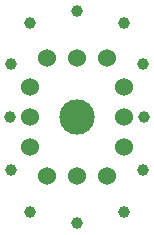
<source format=gbr>
%TF.GenerationSoftware,KiCad,Pcbnew,7.0.0*%
%TF.CreationDate,2023-08-23T15:41:44+08:00*%
%TF.ProjectId,IN-12,494e2d31-322e-46b6-9963-61645f706362,rev?*%
%TF.SameCoordinates,Original*%
%TF.FileFunction,Soldermask,Top*%
%TF.FilePolarity,Negative*%
%FSLAX46Y46*%
G04 Gerber Fmt 4.6, Leading zero omitted, Abs format (unit mm)*
G04 Created by KiCad (PCBNEW 7.0.0) date 2023-08-23 15:41:44*
%MOMM*%
%LPD*%
G01*
G04 APERTURE LIST*
%ADD10C,1.524000*%
%ADD11C,3.000000*%
%ADD12C,1.000000*%
G04 APERTURE END LIST*
D10*
%TO.C,J1*%
X143320000Y-99496000D03*
X143320000Y-102036000D03*
X144780000Y-104496000D03*
X147320000Y-104496000D03*
X149860000Y-104496000D03*
X151320000Y-102036000D03*
X151320000Y-99496000D03*
X151320000Y-96956000D03*
X149860000Y-94496000D03*
X147320000Y-94496000D03*
X144780000Y-94496000D03*
X143320000Y-96956000D03*
%TD*%
D11*
%TO.C,NX1*%
X147320000Y-99496000D03*
D12*
X152920000Y-103996000D03*
X143320000Y-107496000D03*
X141720000Y-103996000D03*
X141620000Y-99496000D03*
X141720000Y-94996000D03*
X143320000Y-91496000D03*
X147320000Y-90496000D03*
X151320000Y-91496000D03*
X152920000Y-94996000D03*
X153020000Y-99496000D03*
X151320000Y-107496000D03*
X147320000Y-108496000D03*
%TD*%
M02*

</source>
